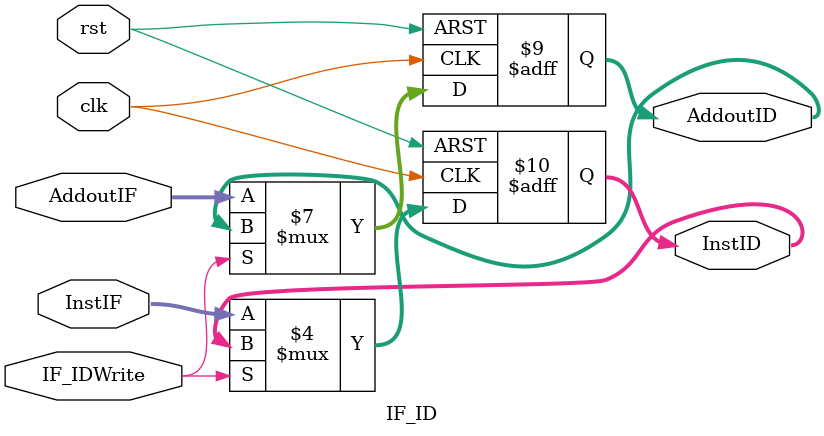
<source format=sv>
`timescale 1 us/ 1 us
module IF_ID(input clk,rst,IF_IDWrite,input [31:0]AddoutIF,input [31:0]InstIF,output reg [31:0]AddoutID,InstID);
  
  always@ (posedge clk,posedge rst) begin
    if(rst)begin  InstID=0; AddoutID=0; end
    else if(!IF_IDWrite) begin AddoutID=AddoutIF; InstID=InstIF; end
end
endmodule

</source>
